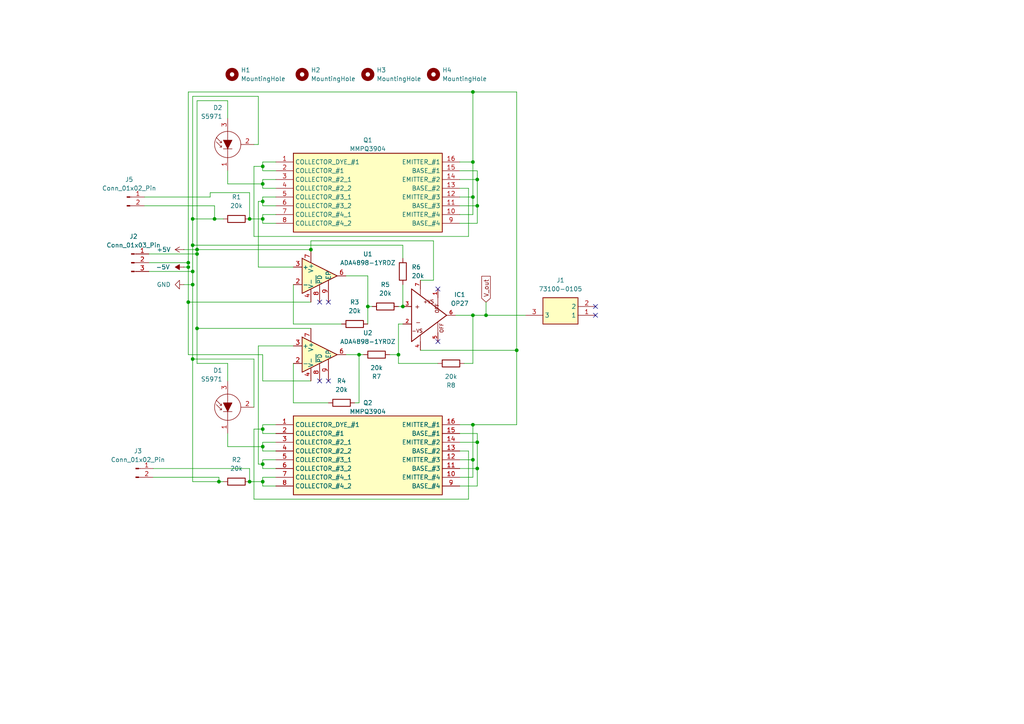
<source format=kicad_sch>
(kicad_sch (version 20231120) (generator "eeschema") (generator_version "8.0")
  (paper "A4")
  (lib_symbols
    (symbol "Amplifier_Operational:ADA4898-1YRDZ" (pin_names (offset 0.127))
      (property "Reference" "U" (at 3.81 3.81 0))
      (property "Value" "ADA4898-1YRDZ" (at 11.43 -2.54 0))
      (symbol "ADA4898-1YRDZ_1_1"
        (polyline (pts (xy -5.08 5.08) (xy 5.08 0) (xy -5.08 -5.08) (xy -5.08 5.08)) (stroke (width 0.254)) (fill (type background)))
        (pin input line (at -7.62 -2.54 0) (length 2.54) (name "-") (number "2"))
        (pin input line (at -7.62 2.54 0) (length 2.54) (name "+") (number "3"))
        (pin power_in line (at -2.54 -7.62 90) (length 3.81) (name "V-") (number "4"))
        (pin output line (at 7.62 0 180) (length 2.54) (name "~") (number "6"))
        (pin power_in line (at -2.54 7.62 270) (length 3.81) (name "V+") (number "7"))
        (pin input line (at 0 -7.62 90) (length 5.08) (name "~{PD}") (number "8"))
        (pin passive line (at 2.54 -7.62 90) (length 6.35) (name "EP") (number "9"))
      )
    )
    (symbol "BNC Connector:73100-0105"
      (property "Reference" "J" (at 16.51 7.62 0))
      (property "Value" "73100-0105" (at 16.51 5.08 0))
      (symbol "73100-0105_1_1"
        (rectangle (start 5.08 2.54) (end 15.24 -5.08) (stroke (width 0.254)) (fill (type background)))
        (pin passive line (at 0 0 0) (length 5.08) (name "1") (number "1"))
        (pin passive line (at 0 -2.54 0) (length 5.08) (name "2") (number "2"))
        (pin passive line (at 20.32 0 180) (length 5.08) (name "3") (number "3"))
      )
    )
    (symbol "Connector:Conn_01x02_Pin" (pin_names (offset 1.016) hide)
      (property "Reference" "J" (at 0 2.54 0))
      (property "Value" "Conn_01x02_Pin" (at 0 -5.08 0))
      (symbol "Conn_01x02_Pin_1_1"
        (polyline (pts (xy 1.27 -2.54) (xy 0.8636 -2.54)) (stroke (width 0.1524)))
        (polyline (pts (xy 1.27 0) (xy 0.8636 0)) (stroke (width 0.1524)))
        (rectangle (start 0.8636 -2.413) (end 0 -2.667) (stroke (width 0.1524)) (fill (type outline)))
        (rectangle (start 0.8636 0.127) (end 0 -0.127) (stroke (width 0.1524)) (fill (type outline)))
        (pin passive line (at 5.08 0 180) (length 3.81) (name "Pin_1") (number "1"))
        (pin passive line (at 5.08 -2.54 180) (length 3.81) (name "Pin_2") (number "2"))
      )
    )
    (symbol "Connector:Conn_01x03_Pin" (pin_names (offset 1.016) hide)
      (property "Reference" "J" (at 0 5.08 0))
      (property "Value" "Conn_01x03_Pin" (at 0 -5.08 0))
      (symbol "Conn_01x03_Pin_1_1"
        (polyline (pts (xy 1.27 -2.54) (xy 0.8636 -2.54)) (stroke (width 0.1524)))
        (polyline (pts (xy 1.27 0) (xy 0.8636 0)) (stroke (width 0.1524)))
        (polyline (pts (xy 1.27 2.54) (xy 0.8636 2.54)) (stroke (width 0.1524)))
        (rectangle (start 0.8636 -2.413) (end 0 -2.667) (stroke (width 0.1524)) (fill (type outline)))
        (rectangle (start 0.8636 0.127) (end 0 -0.127) (stroke (width 0.1524)) (fill (type outline)))
        (rectangle (start 0.8636 2.667) (end 0 2.413) (stroke (width 0.1524)) (fill (type outline)))
        (pin passive line (at 5.08 2.54 180) (length 3.81) (name "Pin_1") (number "1"))
        (pin passive line (at 5.08 0 180) (length 3.81) (name "Pin_2") (number "2"))
        (pin passive line (at 5.08 -2.54 180) (length 3.81) (name "Pin_3") (number "3"))
      )
    )
    (symbol "Device:R" (pin_numbers hide) (pin_names (offset 0))
      (property "Reference" "R" (at 2.032 0 90))
      (property "Value" "R" (at 0 0 90))
      (symbol "R_0_1"
        (rectangle (start -1.016 -2.54) (end 1.016 2.54) (stroke (width 0.254)))
      )
      (symbol "R_1_1"
        (pin passive line (at 0 3.81 270) (length 1.27) (name "~") (number "1"))
        (pin passive line (at 0 -3.81 90) (length 1.27) (name "~") (number "2"))
      )
    )
    (symbol "MMPQ3904:MMPQ3904"
      (property "Reference" "Q" (at 49.53 7.62 0))
      (property "Value" "MMPQ3904" (at 49.53 5.08 0))
      (symbol "MMPQ3904_1_1"
        (rectangle (start 5.08 2.54) (end 48.26 -20.32) (stroke (width 0.254)) (fill (type background)))
        (pin passive line (at 0 0 0) (length 5.08) (name "COLLECTOR_DYE_#1") (number "1"))
        (pin passive line (at 53.34 -15.24 180) (length 5.08) (name "EMITTER_#4") (number "10"))
        (pin passive line (at 53.34 -12.7 180) (length 5.08) (name "BASE_#3") (number "11"))
        (pin passive line (at 53.34 -10.16 180) (length 5.08) (name "EMITTER_#3") (number "12"))
        (pin passive line (at 53.34 -7.62 180) (length 5.08) (name "BASE_#2") (number "13"))
        (pin passive line (at 53.34 -5.08 180) (length 5.08) (name "EMITTER_#2") (number "14"))
        (pin passive line (at 53.34 -2.54 180) (length 5.08) (name "BASE_#1") (number "15"))
        (pin passive line (at 53.34 0 180) (length 5.08) (name "EMITTER_#1") (number "16"))
        (pin passive line (at 0 -2.54 0) (length 5.08) (name "COLLECTOR_#1") (number "2"))
        (pin passive line (at 0 -5.08 0) (length 5.08) (name "COLLECTOR_#2_1") (number "3"))
        (pin passive line (at 0 -7.62 0) (length 5.08) (name "COLLECTOR_#2_2") (number "4"))
        (pin passive line (at 0 -10.16 0) (length 5.08) (name "COLLECTOR_#3_1") (number "5"))
        (pin passive line (at 0 -12.7 0) (length 5.08) (name "COLLECTOR_#3_2") (number "6"))
        (pin passive line (at 0 -15.24 0) (length 5.08) (name "COLLECTOR_#4_1") (number "7"))
        (pin passive line (at 0 -17.78 0) (length 5.08) (name "COLLECTOR_#4_2") (number "8"))
        (pin passive line (at 53.34 -17.78 180) (length 5.08) (name "BASE_#4") (number "9"))
      )
    )
    (symbol "Mechanical:MountingHole" (pin_names (offset 1.016)) (exclude_from_sim yes) (in_bom no)
      (property "Reference" "H" (at 0 5.08 0))
      (property "Value" "MountingHole" (at 0 3.175 0))
      (symbol "MountingHole_0_1"
        (circle (center 0 0) (radius 1.27) (stroke (width 1.27)))
      )
    )
    (symbol "OP27:OP27" (pin_names (offset 1.016))
      (property "Reference" "IC" (at 7.62 2.54 0))
      (property "Value" "OP27" (at 7.62 -3.81 0))
      (symbol "OP27_0_0"
        (polyline (pts (xy -2.54 -7.62) (xy 7.62 0)) (stroke (width 0.254)))
        (polyline (pts (xy -2.54 7.62) (xy -2.54 -7.62)) (stroke (width 0.254)))
        (polyline (pts (xy 0 -7.62) (xy 0 -5.842)) (stroke (width 0.1524)))
        (polyline (pts (xy 0 5.842) (xy 0 7.62)) (stroke (width 0.1524)))
        (polyline (pts (xy 5.08 -5.08) (xy 5.08 -2.032)) (stroke (width 0.1524)))
        (polyline (pts (xy 5.08 5.08) (xy 5.08 2.032)) (stroke (width 0.1524)))
        (polyline (pts (xy 7.62 0) (xy -2.54 7.62)) (stroke (width 0.254)))
        (text "+" (at -1.778 1.778 0) (effects (font (size 1.27 1.27)) (justify left bottom)))
        (text "+VS" (at 0.762 3.937 0) (effects (font (size 1.016 1.016)) (justify left)))
        (text "-" (at -1.524 -2.794 0) (effects (font (size 1.27 1.27)) (justify left bottom)))
        (text "-VS" (at 0.762 -3.937 0) (effects (font (size 1.016 1.016)) (justify right top)))
        (text "OFF" (at 5.461 2.032 900) (effects (font (size 1.016 1.016)) (justify bottom)))
        (text "OFF" (at 5.588 -2.159 900) (effects (font (size 1.016 1.016)) (justify right top)))
        (pin passive line (at 5.08 7.62 270) (length 2.54) (name "~") (number "1"))
        (pin input line (at -5.08 -2.54 0) (length 2.54) (name "~") (number "2"))
        (pin input line (at -5.08 2.54 0) (length 2.54) (name "~") (number "3"))
        (pin input line (at 0 -10.16 90) (length 2.54) (name "~") (number "4"))
        (pin passive line (at 5.08 -7.62 90) (length 2.54) (name "~") (number "5"))
        (pin output line (at 10.16 0 180) (length 2.54) (name "~") (number "6"))
        (pin input line (at 0 10.16 270) (length 2.54) (name "~") (number "7"))
      )
    )
    (symbol "Sensor_Optical:S5971" (pin_names (offset 0.254) hide)
      (property "Reference" "D" (at 2.54 -5.08 0))
      (property "Value" "S5971" (at 5.08 5.08 0))
      (symbol "S5971_0_0"
        (pin passive line (at 0 -7.62 90) (length 3.81) (name "C") (number "2"))
      )
      (symbol "S5971_0_1"
        (polyline (pts (xy -1.27 0) (xy -3.81 0)))
        (polyline (pts (xy -1.27 1.27) (xy -1.27 -1.27)) (stroke (width 0.1524)))
        (polyline (pts (xy -0.762 1.778) (xy -0.254 1.778)))
        (polyline (pts (xy 3.81 0) (xy 1.27 0)))
        (polyline (pts (xy 0.762 3.302) (xy -0.762 1.778) (xy -0.762 2.286)))
        (polyline (pts (xy -1.27 0) (xy 1.27 1.27) (xy 1.27 -1.27) (xy -1.27 0)) (fill (type outline)))
        (polyline (pts (xy 2.032 3.302) (xy 0.508 1.778) (xy 0.508 2.286) (xy 0.508 1.778) (xy 1.016 1.778)))
        (circle (center 0 0) (radius 3.81))
      )
      (symbol "S5971_1_1"
        (pin passive line (at -7.62 0 0) (length 3.81) (name "K") (number "1"))
        (pin passive line (at 7.62 0 180) (length 3.81) (name "A") (number "3"))
      )
    )
    (symbol "power:+5V" (power) (pin_numbers hide) (pin_names (offset 0) hide)
      (property "Value" "+5V" (at 0 3.556 0))
      (symbol "+5V_0_1"
        (polyline (pts (xy -0.762 1.27) (xy 0 2.54)))
        (polyline (pts (xy 0 0) (xy 0 2.54)))
        (polyline (pts (xy 0 2.54) (xy 0.762 1.27)))
      )
      (symbol "+5V_1_1"
        (pin power_in line (at 0 0 90) (length 0) (name "~") (number "1"))
      )
    )
    (symbol "power:-5V" (power) (pin_numbers hide) (pin_names (offset 0) hide)
      (property "Value" "-5V" (at 0 3.556 0))
      (symbol "-5V_0_0"
        (pin power_in line (at 0 0 90) (length 0) (name "~") (number "1"))
      )
      (symbol "-5V_0_1"
        (polyline (pts (xy 0 0) (xy 0 1.27) (xy 0.762 1.27) (xy 0 2.54) (xy -0.762 1.27) (xy 0 1.27)) (fill (type outline)))
      )
    )
    (symbol "power:GND" (power) (pin_numbers hide) (pin_names (offset 0) hide)
      (property "Value" "GND" (at 0 -3.81 0))
      (symbol "GND_0_1"
        (polyline (pts (xy 0 0) (xy 0 -1.27) (xy 1.27 -1.27) (xy 0 -2.54) (xy -1.27 -1.27) (xy 0 -1.27)))
      )
      (symbol "GND_1_1"
        (pin power_in line (at 0 0 270) (length 0) (name "~") (number "1"))
      )
    )
  )
  (junction (at 116.84 88.9))
  (junction (at 76.2 58.42))
  (junction (at 55.88 78.74))
  (junction (at 54.61 77.47))
  (junction (at 72.39 139.7))
  (junction (at 57.15 95.25))
  (junction (at 115.57 102.87))
  (junction (at 76.2 124.46))
  (junction (at 138.43 135.89))
  (junction (at 55.88 82.55))
  (junction (at 76.2 48.26))
  (junction (at 76.2 53.34))
  (junction (at 137.16 26.67))
  (junction (at 76.2 139.7))
  (junction (at 104.14 102.87))
  (junction (at 62.23 63.5))
  (junction (at 137.16 123.19))
  (junction (at 137.16 91.44))
  (junction (at 54.61 76.2))
  (junction (at 55.88 63.5))
  (junction (at 137.16 133.35))
  (junction (at 55.88 71.12))
  (junction (at 57.15 73.66))
  (junction (at 76.2 63.5))
  (junction (at 149.86 101.6))
  (junction (at 138.43 52.07))
  (junction (at 63.5 139.7))
  (junction (at 76.2 134.62))
  (junction (at 76.2 129.54))
  (junction (at 57.15 72.39))
  (junction (at 106.68 88.9))
  (junction (at 72.39 63.5))
  (junction (at 137.16 46.99))
  (junction (at 138.43 128.27))
  (junction (at 54.61 87.63))
  (junction (at 138.43 59.69))
  (junction (at 140.97 91.44))
  (junction (at 90.17 72.39))
  (junction (at 137.16 57.15))
  (junction (at 55.88 104.14))
  (no_connect (at 172.72 91.44))
  (no_connect (at 95.25 87.63))
  (no_connect (at 127 99.06))
  (no_connect (at 92.71 110.49))
  (no_connect (at 172.72 88.9))
  (no_connect (at 92.71 87.63))
  (no_connect (at 95.25 110.49))
  (no_connect (at 127 83.82))
  (wire (pts (xy 80.01 125.73) (xy 76.2 125.73)))
  (wire (pts (xy 76.2 58.42) (xy 76.2 59.69)))
  (wire (pts (xy 76.2 102.87) (xy 76.2 110.49)))
  (wire (pts (xy 66.04 53.34) (xy 76.2 53.34)))
  (wire (pts (xy 137.16 26.67) (xy 149.86 26.67)))
  (wire (pts (xy 140.97 87.63) (xy 140.97 91.44)))
  (wire (pts (xy 76.2 48.26) (xy 73.66 48.26)))
  (wire (pts (xy 85.09 82.55) (xy 85.09 93.98)))
  (wire (pts (xy 76.2 54.61) (xy 80.01 54.61)))
  (wire (pts (xy 66.04 49.53) (xy 66.04 53.34)))
  (wire (pts (xy 57.15 73.66) (xy 57.15 95.25)))
  (wire (pts (xy 60.96 55.88) (xy 60.96 57.15)))
  (wire (pts (xy 73.66 41.91) (xy 74.93 41.91)))
  (wire (pts (xy 133.35 125.73) (xy 138.43 125.73)))
  (wire (pts (xy 121.92 81.28) (xy 125.73 81.28)))
  (wire (pts (xy 73.66 48.26) (xy 73.66 68.58)))
  (wire (pts (xy 53.34 72.39) (xy 57.15 72.39)))
  (wire (pts (xy 43.18 76.2) (xy 54.61 76.2)))
  (wire (pts (xy 137.16 123.19) (xy 137.16 133.35)))
  (wire (pts (xy 76.2 48.26) (xy 76.2 46.99)))
  (wire (pts (xy 72.39 63.5) (xy 72.39 55.88)))
  (wire (pts (xy 73.66 118.11) (xy 73.66 104.14)))
  (wire (pts (xy 138.43 52.07) (xy 138.43 59.69)))
  (wire (pts (xy 76.2 53.34) (xy 76.2 54.61)))
  (wire (pts (xy 135.89 68.58) (xy 135.89 54.61)))
  (wire (pts (xy 76.2 124.46) (xy 73.66 124.46)))
  (wire (pts (xy 72.39 55.88) (xy 60.96 55.88)))
  (wire (pts (xy 133.35 135.89) (xy 138.43 135.89)))
  (wire (pts (xy 140.97 91.44) (xy 152.4 91.44)))
  (wire (pts (xy 80.01 138.43) (xy 76.2 138.43)))
  (wire (pts (xy 149.86 26.67) (xy 149.86 101.6)))
  (wire (pts (xy 104.14 102.87) (xy 104.14 116.84)))
  (wire (pts (xy 106.68 88.9) (xy 107.95 88.9)))
  (wire (pts (xy 100.33 102.87) (xy 104.14 102.87)))
  (wire (pts (xy 85.09 77.47) (xy 74.93 77.47)))
  (wire (pts (xy 135.89 54.61) (xy 133.35 54.61)))
  (wire (pts (xy 133.35 123.19) (xy 137.16 123.19)))
  (wire (pts (xy 76.2 110.49) (xy 90.17 110.49)))
  (wire (pts (xy 54.61 87.63) (xy 90.17 87.63)))
  (wire (pts (xy 55.88 82.55) (xy 55.88 104.14)))
  (wire (pts (xy 76.2 138.43) (xy 76.2 139.7)))
  (wire (pts (xy 76.2 62.23) (xy 76.2 63.5)))
  (wire (pts (xy 137.16 91.44) (xy 140.97 91.44)))
  (wire (pts (xy 133.35 46.99) (xy 137.16 46.99)))
  (wire (pts (xy 133.35 52.07) (xy 138.43 52.07)))
  (wire (pts (xy 135.89 144.78) (xy 135.89 130.81)))
  (wire (pts (xy 74.93 58.42) (xy 76.2 58.42)))
  (wire (pts (xy 102.87 116.84) (xy 104.14 116.84)))
  (wire (pts (xy 55.88 63.5) (xy 55.88 71.12)))
  (wire (pts (xy 133.35 138.43) (xy 137.16 138.43)))
  (wire (pts (xy 80.01 52.07) (xy 76.2 52.07)))
  (wire (pts (xy 125.73 69.85) (xy 90.17 69.85)))
  (wire (pts (xy 57.15 105.41) (xy 66.04 105.41)))
  (wire (pts (xy 76.2 139.7) (xy 76.2 140.97)))
  (wire (pts (xy 133.35 140.97) (xy 138.43 140.97)))
  (wire (pts (xy 80.01 62.23) (xy 76.2 62.23)))
  (wire (pts (xy 62.23 59.69) (xy 41.91 59.69)))
  (wire (pts (xy 44.45 135.89) (xy 72.39 135.89)))
  (wire (pts (xy 73.66 68.58) (xy 135.89 68.58)))
  (wire (pts (xy 54.61 102.87) (xy 76.2 102.87)))
  (wire (pts (xy 115.57 93.98) (xy 116.84 93.98)))
  (wire (pts (xy 57.15 29.21) (xy 57.15 72.39)))
  (wire (pts (xy 76.2 63.5) (xy 76.2 64.77)))
  (wire (pts (xy 90.17 69.85) (xy 90.17 72.39)))
  (wire (pts (xy 53.34 82.55) (xy 55.88 82.55)))
  (wire (pts (xy 66.04 34.29) (xy 66.04 29.21)))
  (wire (pts (xy 85.09 105.41) (xy 85.09 116.84)))
  (wire (pts (xy 85.09 93.98) (xy 99.06 93.98)))
  (wire (pts (xy 76.2 52.07) (xy 76.2 53.34)))
  (wire (pts (xy 137.16 105.41) (xy 137.16 91.44)))
  (wire (pts (xy 73.66 144.78) (xy 135.89 144.78)))
  (wire (pts (xy 76.2 134.62) (xy 76.2 135.89)))
  (wire (pts (xy 54.61 76.2) (xy 54.61 77.47)))
  (wire (pts (xy 76.2 124.46) (xy 76.2 123.19)))
  (wire (pts (xy 55.88 27.94) (xy 55.88 63.5)))
  (wire (pts (xy 133.35 64.77) (xy 138.43 64.77)))
  (wire (pts (xy 74.93 134.62) (xy 74.93 100.33)))
  (wire (pts (xy 80.01 133.35) (xy 76.2 133.35)))
  (wire (pts (xy 55.88 104.14) (xy 73.66 104.14)))
  (wire (pts (xy 149.86 123.19) (xy 137.16 123.19)))
  (wire (pts (xy 76.2 140.97) (xy 80.01 140.97)))
  (wire (pts (xy 137.16 133.35) (xy 137.16 138.43)))
  (wire (pts (xy 80.01 57.15) (xy 76.2 57.15)))
  (wire (pts (xy 138.43 125.73) (xy 138.43 128.27)))
  (wire (pts (xy 44.45 138.43) (xy 63.5 138.43)))
  (wire (pts (xy 76.2 123.19) (xy 80.01 123.19)))
  (wire (pts (xy 43.18 73.66) (xy 57.15 73.66)))
  (wire (pts (xy 76.2 125.73) (xy 76.2 124.46)))
  (wire (pts (xy 72.39 135.89) (xy 72.39 139.7)))
  (wire (pts (xy 115.57 88.9) (xy 116.84 88.9)))
  (wire (pts (xy 76.2 129.54) (xy 76.2 130.81)))
  (wire (pts (xy 63.5 139.7) (xy 63.5 138.43)))
  (wire (pts (xy 100.33 80.01) (xy 106.68 80.01)))
  (wire (pts (xy 66.04 29.21) (xy 57.15 29.21)))
  (wire (pts (xy 43.18 78.74) (xy 55.88 78.74)))
  (wire (pts (xy 57.15 95.25) (xy 90.17 95.25)))
  (wire (pts (xy 76.2 134.62) (xy 74.93 134.62)))
  (wire (pts (xy 133.35 57.15) (xy 137.16 57.15)))
  (wire (pts (xy 53.34 77.47) (xy 54.61 77.47)))
  (wire (pts (xy 55.88 104.14) (xy 55.88 139.7)))
  (wire (pts (xy 76.2 133.35) (xy 76.2 134.62)))
  (wire (pts (xy 74.93 41.91) (xy 74.93 27.94)))
  (wire (pts (xy 115.57 102.87) (xy 115.57 93.98)))
  (wire (pts (xy 133.35 133.35) (xy 137.16 133.35)))
  (wire (pts (xy 57.15 72.39) (xy 90.17 72.39)))
  (wire (pts (xy 133.35 62.23) (xy 137.16 62.23)))
  (wire (pts (xy 74.93 77.47) (xy 74.93 58.42)))
  (wire (pts (xy 76.2 57.15) (xy 76.2 58.42)))
  (wire (pts (xy 60.96 57.15) (xy 41.91 57.15)))
  (wire (pts (xy 76.2 135.89) (xy 80.01 135.89)))
  (wire (pts (xy 55.88 78.74) (xy 55.88 82.55)))
  (wire (pts (xy 73.66 124.46) (xy 73.66 144.78)))
  (wire (pts (xy 76.2 64.77) (xy 80.01 64.77)))
  (wire (pts (xy 113.03 102.87) (xy 115.57 102.87)))
  (wire (pts (xy 149.86 101.6) (xy 121.92 101.6)))
  (wire (pts (xy 149.86 101.6) (xy 149.86 123.19)))
  (wire (pts (xy 55.88 139.7) (xy 63.5 139.7)))
  (wire (pts (xy 76.2 46.99) (xy 80.01 46.99)))
  (wire (pts (xy 132.08 91.44) (xy 137.16 91.44)))
  (wire (pts (xy 62.23 63.5) (xy 64.77 63.5)))
  (wire (pts (xy 62.23 63.5) (xy 62.23 59.69)))
  (wire (pts (xy 55.88 63.5) (xy 62.23 63.5)))
  (wire (pts (xy 104.14 102.87) (xy 105.41 102.87)))
  (wire (pts (xy 138.43 135.89) (xy 138.43 140.97)))
  (wire (pts (xy 133.35 49.53) (xy 138.43 49.53)))
  (wire (pts (xy 133.35 128.27) (xy 138.43 128.27)))
  (wire (pts (xy 66.04 105.41) (xy 66.04 110.49)))
  (wire (pts (xy 134.62 105.41) (xy 137.16 105.41)))
  (wire (pts (xy 72.39 139.7) (xy 76.2 139.7)))
  (wire (pts (xy 80.01 49.53) (xy 76.2 49.53)))
  (wire (pts (xy 54.61 77.47) (xy 54.61 87.63)))
  (wire (pts (xy 137.16 26.67) (xy 137.16 46.99)))
  (wire (pts (xy 74.93 27.94) (xy 55.88 27.94)))
  (wire (pts (xy 80.01 128.27) (xy 76.2 128.27)))
  (wire (pts (xy 54.61 87.63) (xy 54.61 102.87)))
  (wire (pts (xy 106.68 80.01) (xy 106.68 88.9)))
  (wire (pts (xy 72.39 63.5) (xy 76.2 63.5)))
  (wire (pts (xy 116.84 71.12) (xy 55.88 71.12)))
  (wire (pts (xy 125.73 81.28) (xy 125.73 69.85)))
  (wire (pts (xy 76.2 128.27) (xy 76.2 129.54)))
  (wire (pts (xy 76.2 49.53) (xy 76.2 48.26)))
  (wire (pts (xy 57.15 72.39) (xy 57.15 73.66)))
  (wire (pts (xy 63.5 139.7) (xy 64.77 139.7)))
  (wire (pts (xy 74.93 100.33) (xy 85.09 100.33)))
  (wire (pts (xy 55.88 71.12) (xy 55.88 78.74)))
  (wire (pts (xy 133.35 59.69) (xy 138.43 59.69)))
  (wire (pts (xy 57.15 95.25) (xy 57.15 105.41)))
  (wire (pts (xy 138.43 49.53) (xy 138.43 52.07)))
  (wire (pts (xy 138.43 128.27) (xy 138.43 135.89)))
  (wire (pts (xy 76.2 130.81) (xy 80.01 130.81)))
  (wire (pts (xy 66.04 129.54) (xy 76.2 129.54)))
  (wire (pts (xy 137.16 26.67) (xy 54.61 26.67)))
  (wire (pts (xy 137.16 57.15) (xy 137.16 62.23)))
  (wire (pts (xy 76.2 59.69) (xy 80.01 59.69)))
  (wire (pts (xy 137.16 46.99) (xy 137.16 57.15)))
  (wire (pts (xy 85.09 116.84) (xy 95.25 116.84)))
  (wire (pts (xy 115.57 105.41) (xy 115.57 102.87)))
  (wire (pts (xy 116.84 82.55) (xy 116.84 88.9)))
  (wire (pts (xy 54.61 26.67) (xy 54.61 76.2)))
  (wire (pts (xy 66.04 125.73) (xy 66.04 129.54)))
  (wire (pts (xy 135.89 130.81) (xy 133.35 130.81)))
  (wire (pts (xy 116.84 74.93) (xy 116.84 71.12)))
  (wire (pts (xy 106.68 88.9) (xy 106.68 93.98)))
  (wire (pts (xy 138.43 59.69) (xy 138.43 64.77)))
  (wire (pts (xy 115.57 105.41) (xy 127 105.41)))
  (global_label "V_out" (shape input) (at 140.97 87.63 90) (property "Intersheetrefs" "${INTERSHEET_REFS}" (effects (hide yes))))
  (symbol (lib_id "Mechanical:MountingHole") (at 106.68 21.59 0) (unit 1) (exclude_from_sim yes) (in_bom no)
    (property "Reference" "H3" (at 109.22 20.3199 0) (effects (justify left)))
    (property "Value" "MountingHole" (at 109.22 22.8599 0) (effects (justify left)))
    (property "Footprint" "MountingHole:MountingHole_2.1mm" (effects (hide yes)))
    (property "Description" "Mounting Hole without connection" (effects (hide yes)))
  )
  (symbol (lib_id "Device:R") (at 68.58 63.5 270) (unit 1)
    (property "Reference" "R1" (at 68.58 57.15 90))
    (property "Value" "20k" (at 68.58 59.69 90))
    (property "Footprint" "Resistor_THT:R_Axial_DIN0207_L6.3mm_D2.5mm_P10.16mm_Horizontal" (effects (hide yes)))
    (property "Description" "Resistor" (effects (hide yes)))
  )
  (symbol (lib_id "power:+5V") (at 53.34 72.39 90) (unit 1)
    (property "Reference" "#PWR01" (effects (hide yes)))
    (property "Value" "+5V" (at 49.53 72.3899 90) (effects (justify left)))
    (property "Description" "Power symbol creates a global label with name \"+5V\"" (effects (hide yes)))
  )
  (symbol (lib_id "Mechanical:MountingHole") (at 87.63 21.59 0) (unit 1) (exclude_from_sim yes) (in_bom no)
    (property "Reference" "H2" (at 90.17 20.3199 0) (effects (justify left)))
    (property "Value" "MountingHole" (at 90.17 22.8599 0) (effects (justify left)))
    (property "Footprint" "MountingHole:MountingHole_2.1mm" (effects (hide yes)))
    (property "Description" "Mounting Hole without connection" (effects (hide yes)))
  )
  (symbol (lib_id "MMPQ3904:MMPQ3904") (at 80.01 123.19 0) (unit 1)
    (property "Reference" "Q2" (at 106.68 116.84 0))
    (property "Value" "MMPQ3904" (at 106.68 119.38 0))
    (property "Footprint" "Senior Design:SOIC127P600X175-16N" (effects (hide yes)))
    (property "Datasheet" "http://www.onsemi.com/pub_link/Collateral/MMPQ3904-D.PDF" (effects (hide yes)))
    (property "Description" "ON Semi MMPQ3904 Quad NPN Transistor, 200 mA, 40 V, 16-Pin SOIC" (effects (hide yes)))
    (property "Height" "1.75" (effects (hide yes)))
    (property "Mouser Part Number" "512-MMPQ3904" (effects (hide yes)))
    (property "Mouser Price/Stock" "https://www.mouser.co.uk/ProductDetail/onsemi-Fairchild/MMPQ3904?qs=SSucg2PyLi5H3QPy2I7RHw%3D%3D" (effects (hide yes)))
    (property "Manufacturer_Name" "onsemi" (effects (hide yes)))
    (property "Manufacturer_Part_Number" "MMPQ3904" (effects (hide yes)))
  )
  (symbol (lib_id "power:GND") (at 53.34 82.55 270) (unit 1)
    (property "Reference" "#PWR03" (effects (hide yes)))
    (property "Value" "GND" (at 49.53 82.5499 90) (effects (justify right)))
    (property "Description" "Power symbol creates a global label with name \"GND\" , ground" (effects (hide yes)))
  )
  (symbol (lib_id "Connector:Conn_01x02_Pin") (at 39.37 135.89 0) (unit 1)
    (property "Reference" "J3" (at 40.005 130.81 0))
    (property "Value" "Conn_01x02_Pin" (at 40.005 133.35 0))
    (property "Footprint" "Connector_PinHeader_2.54mm:PinHeader_1x02_P2.54mm_Vertical" (effects (hide yes)))
    (property "Description" "Generic connector, single row, 01x02, script generated" (effects (hide yes)))
  )
  (symbol (lib_id "power:-5V") (at 53.34 77.47 90) (unit 1)
    (property "Reference" "#PWR02" (effects (hide yes)))
    (property "Value" "-5V" (at 47.244 77.47 90))
    (property "Description" "Power symbol creates a global label with name \"-5V\"" (effects (hide yes)))
  )
  (symbol (lib_id "Device:R") (at 109.22 102.87 90) (mirror x) (unit 1)
    (property "Reference" "R7" (at 109.22 109.22 90))
    (property "Value" "20k" (at 109.22 106.68 90))
    (property "Footprint" "R_Axial_DIN0207_L6.3mm_D2.5mm_P10.16mm_Horizontal" (effects (hide yes)))
    (property "Description" "Resistor" (effects (hide yes)))
  )
  (symbol (lib_id "Device:R") (at 116.84 78.74 0) (unit 1)
    (property "Reference" "R6" (at 119.38 77.4699 0) (effects (justify left)))
    (property "Value" "20k" (at 119.38 80.0099 0) (effects (justify left)))
    (property "Footprint" "R_Axial_DIN0207_L6.3mm_D2.5mm_P10.16mm_Horizontal" (effects (hide yes)))
    (property "Description" "Resistor" (effects (hide yes)))
  )
  (symbol (lib_id "Device:R") (at 111.76 88.9 270) (unit 1)
    (property "Reference" "R5" (at 111.76 82.55 90))
    (property "Value" "20k" (at 111.76 85.09 90))
    (property "Footprint" "R_Axial_DIN0207_L6.3mm_D2.5mm_P10.16mm_Horizontal" (effects (hide yes)))
    (property "Description" "Resistor" (effects (hide yes)))
  )
  (symbol (lib_id "Connector:Conn_01x03_Pin") (at 38.1 76.2 0) (unit 1)
    (property "Reference" "J2" (at 38.735 68.58 0))
    (property "Value" "Conn_01x03_Pin" (at 38.735 71.12 0))
    (property "Footprint" "Connector:FanPinHeader_1x03_P2.54mm_Vertical" (effects (hide yes)))
    (property "Description" "Generic connector, single row, 01x03, script generated" (effects (hide yes)))
  )
  (symbol (lib_id "Amplifier_Operational:ADA4898-1YRDZ") (at 92.71 102.87 0) (unit 1)
    (property "Reference" "U2" (at 106.68 96.5514 0))
    (property "Value" "ADA4898-1YRDZ" (at 106.68 99.0914 0))
    (property "Footprint" "Package_SO:SOIC-8-1EP_3.9x4.9mm_P1.27mm_EP2.29x3mm" (effects (hide yes)))
    (property "Datasheet" "https://www.analog.com/media/en/technical-documentation/data-sheets/ada4898-1_4898-2.pdf" (effects (hide yes)))
    (property "Description" "High Voltage, Low Noise, Low Distortion, Unity-Gain Stable, High Speed Op Amp, SOIC-8" (effects (hide yes)))
  )
  (symbol (lib_id "BNC Connector:73100-0105") (at 172.72 91.44 180) (unit 1)
    (property "Reference" "J1" (at 162.56 81.28 0))
    (property "Value" "73100-0105" (at 162.56 83.82 0))
    (property "Footprint" "73100-0105" (effects (hide yes)))
    (property "Description" "MOLEX - 73100-0105 - RF/COAXIAL, BNC JACK, R/A, 50 OHM, SOLDER" (effects (hide yes)))
    (property "Mouser Part Number" "538-73100-0105" (effects (hide yes)))
    (property "Mouser Price/Stock" "https://www.mouser.co.uk/ProductDetail/Molex/73100-0105?qs=K8BHR703ZXgAHDUsVPihfA%3D%3D" (effects (hide yes)))
    (property "Manufacturer_Name" "Molex" (effects (hide yes)))
    (property "Manufacturer_Part_Number" "73100-0105" (effects (hide yes)))
  )
  (symbol (lib_id "Connector:Conn_01x02_Pin") (at 36.83 57.15 0) (unit 1)
    (property "Reference" "J5" (at 37.465 52.07 0))
    (property "Value" "Conn_01x02_Pin" (at 37.465 54.61 0))
    (property "Footprint" "Connector_PinHeader_2.54mm:PinHeader_1x02_P2.54mm_Vertical" (effects (hide yes)))
    (property "Description" "Generic connector, single row, 01x02, script generated" (effects (hide yes)))
  )
  (symbol (lib_id "MMPQ3904:MMPQ3904") (at 80.01 46.99 0) (unit 1)
    (property "Reference" "Q1" (at 106.68 40.64 0))
    (property "Value" "MMPQ3904" (at 106.68 43.18 0))
    (property "Footprint" "Senior Design:SOIC127P600X175-16N" (effects (hide yes)))
    (property "Datasheet" "http://www.onsemi.com/pub_link/Collateral/MMPQ3904-D.PDF" (effects (hide yes)))
    (property "Description" "ON Semi MMPQ3904 Quad NPN Transistor, 200 mA, 40 V, 16-Pin SOIC" (effects (hide yes)))
    (property "Height" "1.75" (effects (hide yes)))
    (property "Mouser Part Number" "512-MMPQ3904" (effects (hide yes)))
    (property "Mouser Price/Stock" "https://www.mouser.co.uk/ProductDetail/onsemi-Fairchild/MMPQ3904?qs=SSucg2PyLi5H3QPy2I7RHw%3D%3D" (effects (hide yes)))
    (property "Manufacturer_Name" "onsemi" (effects (hide yes)))
    (property "Manufacturer_Part_Number" "MMPQ3904" (effects (hide yes)))
  )
  (symbol (lib_id "Mechanical:MountingHole") (at 125.73 21.59 0) (unit 1) (exclude_from_sim yes) (in_bom no)
    (property "Reference" "H4" (at 128.27 20.3199 0) (effects (justify left)))
    (property "Value" "MountingHole" (at 128.27 22.8599 0) (effects (justify left)))
    (property "Footprint" "MountingHole:MountingHole_2.1mm" (effects (hide yes)))
    (property "Description" "Mounting Hole without connection" (effects (hide yes)))
  )
  (symbol (lib_id "OP27:OP27") (at 121.92 91.44 0) (unit 1)
    (property "Reference" "IC1" (at 133.35 85.4708 0))
    (property "Value" "OP27" (at 133.35 88.0108 0))
    (property "Footprint" "Senior Design:DIL08" (effects (hide yes)))
    (property "MF" "Analog Devices, Inc." (effects (hide yes)))
    (property "Description_1" "\n                        \n                            Op Amp Dual High Output Current Amplifier R-R I/O ±6V/12V 8-Pin SOIC N Tube\n                        \n" (effects (hide yes)))
    (property "Package" "None" (effects (hide yes)))
    (property "Price" "None" (effects (hide yes)))
    (property "SnapEDA_Link" "https://www.snapeda.com/parts/OP27/Analog+Devices/view-part/?ref=snap" (effects (hide yes)))
    (property "MP" "OP27" (effects (hide yes)))
    (property "Availability" "In Stock" (effects (hide yes)))
    (property "Check_prices" "https://www.snapeda.com/parts/OP27/Analog+Devices/view-part/?ref=eda" (effects (hide yes)))
  )
  (symbol (lib_id "Sensor_Optical:S5971") (at 66.04 118.11 90) (unit 1)
    (property "Reference" "D1" (at 64.516 107.442 90) (effects (justify left)))
    (property "Value" "S5971" (at 64.516 109.982 90) (effects (justify left)))
    (property "Footprint" "Package_TO_SOT_THT:TO-18-3" (effects (hide yes)))
    (property "Datasheet" "https://www.hamamatsu.com/resources/pdf/ssd/s5971_etc_kpin1025e.pdf" (effects (hide yes)))
    (property "Description" "Si PIN Photodiode, 0.1 GHz, TO-18-3" (effects (hide yes)))
  )
  (symbol (lib_id "Sensor_Optical:S5971") (at 66.04 41.91 90) (unit 1)
    (property "Reference" "D2" (at 64.516 31.242 90) (effects (justify left)))
    (property "Value" "S5971" (at 64.516 33.782 90) (effects (justify left)))
    (property "Footprint" "Package_TO_SOT_THT:TO-18-3" (effects (hide yes)))
    (property "Datasheet" "https://www.hamamatsu.com/resources/pdf/ssd/s5971_etc_kpin1025e.pdf" (effects (hide yes)))
    (property "Description" "Si PIN Photodiode, 0.1 GHz, TO-18-3" (effects (hide yes)))
  )
  (symbol (lib_id "Amplifier_Operational:ADA4898-1YRDZ") (at 92.71 80.01 0) (unit 1)
    (property "Reference" "U1" (at 106.68 73.6914 0))
    (property "Value" "ADA4898-1YRDZ" (at 106.68 76.2314 0))
    (property "Footprint" "Package_SO:SOIC-8-1EP_3.9x4.9mm_P1.27mm_EP2.29x3mm" (effects (hide yes)))
    (property "Datasheet" "https://www.analog.com/media/en/technical-documentation/data-sheets/ada4898-1_4898-2.pdf" (effects (hide yes)))
    (property "Description" "High Voltage, Low Noise, Low Distortion, Unity-Gain Stable, High Speed Op Amp, SOIC-8" (effects (hide yes)))
  )
  (symbol (lib_id "Mechanical:MountingHole") (at 67.31 21.59 0) (unit 1) (exclude_from_sim yes) (in_bom no)
    (property "Reference" "H1" (at 69.85 20.3199 0) (effects (justify left)))
    (property "Value" "MountingHole" (at 69.85 22.8599 0) (effects (justify left)))
    (property "Footprint" "MountingHole:MountingHole_2.1mm" (effects (hide yes)))
    (property "Description" "Mounting Hole without connection" (effects (hide yes)))
  )
  (symbol (lib_id "Device:R") (at 130.81 105.41 270) (mirror x) (unit 1)
    (property "Reference" "R8" (at 130.81 111.76 90))
    (property "Value" "20k" (at 130.81 109.22 90))
    (property "Footprint" "R_Axial_DIN0207_L6.3mm_D2.5mm_P10.16mm_Horizontal" (effects (hide yes)))
    (property "Description" "Resistor" (effects (hide yes)))
  )
  (symbol (lib_id "Device:R") (at 99.06 116.84 270) (unit 1)
    (property "Reference" "R4" (at 99.06 110.49 90))
    (property "Value" "20k" (at 99.06 113.03 90))
    (property "Footprint" "R_Axial_DIN0207_L6.3mm_D2.5mm_P10.16mm_Horizontal" (effects (hide yes)))
    (property "Description" "Resistor" (effects (hide yes)))
  )
  (symbol (lib_id "Device:R") (at 102.87 93.98 270) (unit 1)
    (property "Reference" "R3" (at 102.87 87.63 90))
    (property "Value" "20k" (at 102.87 90.17 90))
    (property "Footprint" "R_Axial_DIN0207_L6.3mm_D2.5mm_P10.16mm_Horizontal" (effects (hide yes)))
    (property "Description" "Resistor" (effects (hide yes)))
  )
  (symbol (lib_id "Device:R") (at 68.58 139.7 270) (unit 1)
    (property "Reference" "R2" (at 68.58 133.35 90))
    (property "Value" "20k" (at 68.58 135.89 90))
    (property "Footprint" "R_Axial_DIN0207_L6.3mm_D2.5mm_P10.16mm_Horizontal" (effects (hide yes)))
    (property "Description" "Resistor" (effects (hide yes)))
  )
)
</source>
